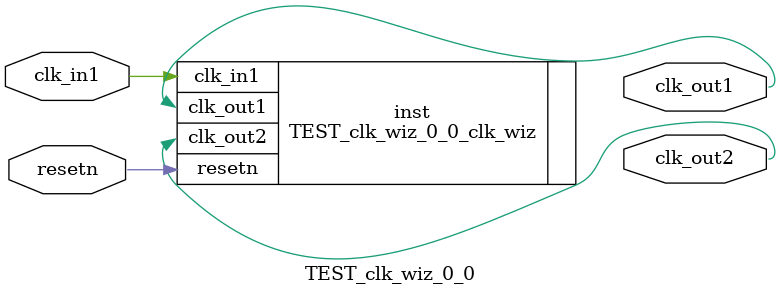
<source format=v>


`timescale 1ps/1ps

(* CORE_GENERATION_INFO = "TEST_clk_wiz_0_0,clk_wiz_v6_0_3_0_0,{component_name=TEST_clk_wiz_0_0,use_phase_alignment=true,use_min_o_jitter=false,use_max_i_jitter=false,use_dyn_phase_shift=false,use_inclk_switchover=false,use_dyn_reconfig=false,enable_axi=0,feedback_source=FDBK_AUTO,PRIMITIVE=MMCM,num_out_clk=2,clkin1_period=10.000,clkin2_period=10.000,use_power_down=false,use_reset=true,use_locked=false,use_inclk_stopped=false,feedback_type=SINGLE,CLOCK_MGR_TYPE=NA,manual_override=false}" *)

module TEST_clk_wiz_0_0 
 (
  // Clock out ports
  output        clk_out1,
  output        clk_out2,
  // Status and control signals
  input         resetn,
 // Clock in ports
  input         clk_in1
 );

  TEST_clk_wiz_0_0_clk_wiz inst
  (
  // Clock out ports  
  .clk_out1(clk_out1),
  .clk_out2(clk_out2),
  // Status and control signals               
  .resetn(resetn), 
 // Clock in ports
  .clk_in1(clk_in1)
  );

endmodule

</source>
